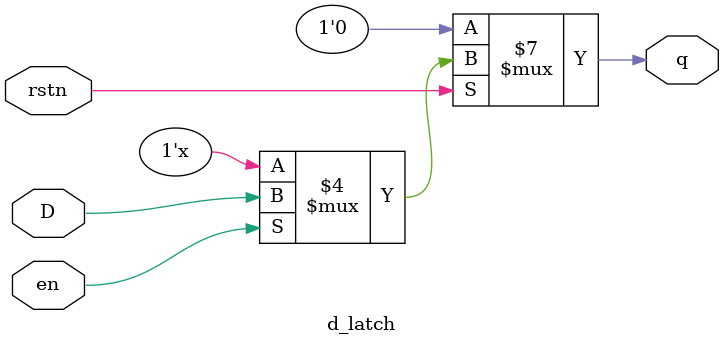
<source format=v>
module d_latch(input D,en,rstn,output reg q);
  always@(en or rstn or D)
    if(rstn==0)
      q<=0;
      else if(en==1)
        q<=D;
endmodule
    

</source>
